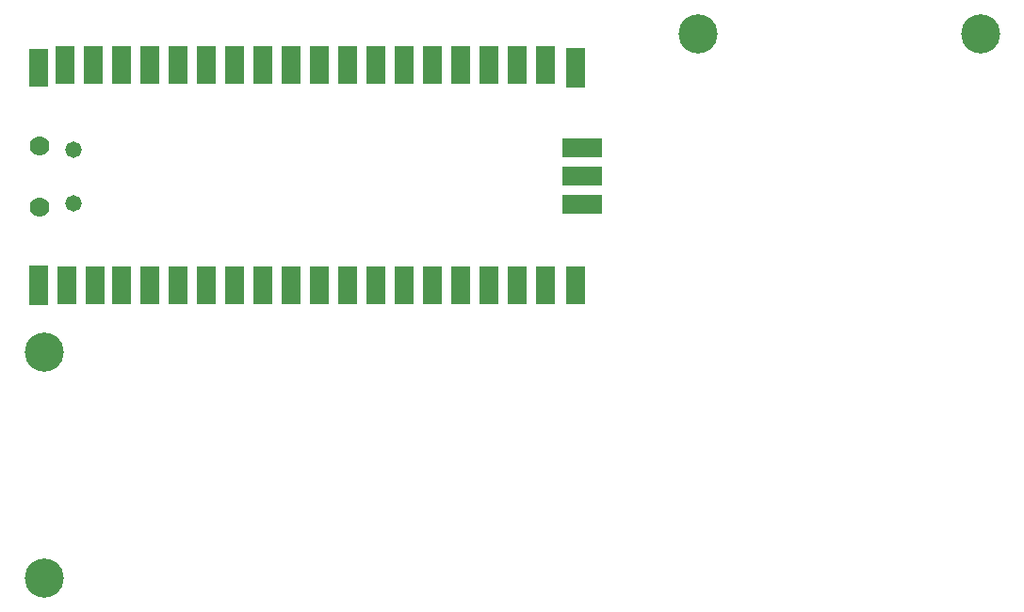
<source format=gtp>
G04 MADE WITH FRITZING*
G04 WWW.FRITZING.ORG*
G04 DOUBLE SIDED*
G04 HOLES PLATED*
G04 CONTOUR ON CENTER OF CONTOUR VECTOR*
%ASAXBY*%
%FSLAX23Y23*%
%MOIN*%
%OFA0B0*%
%SFA1.0B1.0*%
%ADD10C,0.138425*%
%ADD11C,0.070000*%
%ADD12C,0.058000*%
%ADD13R,0.066333X0.138458*%
%ADD14R,0.066000X0.138000*%
%ADD15R,0.066333X0.138000*%
%ADD16R,0.067375X0.138458*%
%ADD17R,0.138708X0.067500*%
%ADD18R,0.001000X0.001000*%
%LNPASTEMASK1*%
G90*
G70*
G54D10*
X3500Y2283D03*
X2500Y2283D03*
X187Y358D03*
X187Y1158D03*
G54D11*
X173Y1886D03*
X173Y1672D03*
G54D12*
X293Y1683D03*
X293Y1874D03*
G54D13*
X167Y1394D03*
G54D14*
X268Y1394D03*
X368Y1394D03*
X461Y1394D03*
X561Y1394D03*
X661Y1394D03*
X761Y1394D03*
X861Y1394D03*
X961Y1394D03*
X1061Y1394D03*
X1161Y1394D03*
X1261Y1394D03*
X1361Y1394D03*
X1461Y1394D03*
X1561Y1394D03*
X1661Y1394D03*
X1761Y1394D03*
X1861Y1394D03*
X1961Y1394D03*
G54D15*
X2067Y1394D03*
G54D16*
X2068Y2165D03*
G54D14*
X1961Y2173D03*
X1861Y2173D03*
X1761Y2173D03*
X1661Y2173D03*
X1561Y2173D03*
X1461Y2173D03*
X1361Y2173D03*
X1261Y2173D03*
X1161Y2173D03*
X1061Y2173D03*
X961Y2173D03*
X861Y2173D03*
X761Y2173D03*
X661Y2173D03*
X561Y2173D03*
X461Y2173D03*
X361Y2173D03*
X261Y2173D03*
G54D15*
X167Y2165D03*
G54D17*
X2093Y1679D03*
X2093Y1780D03*
X2093Y1880D03*
G54D18*
D02*
G04 End of PasteMask1*
M02*

</source>
